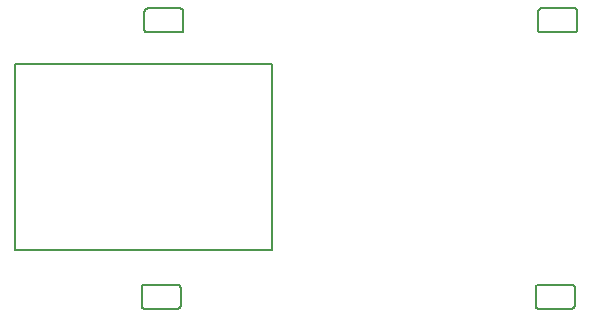
<source format=gbo>
G75*
%MOIN*%
%OFA0B0*%
%FSLAX25Y25*%
%IPPOS*%
%LPD*%
%AMOC8*
5,1,8,0,0,1.08239X$1,22.5*
%
%ADD10C,0.00500*%
%ADD11C,0.00600*%
D10*
X0002725Y0045245D02*
X0088473Y0045245D01*
X0088473Y0107253D01*
X0002725Y0107253D01*
X0002725Y0045245D01*
D11*
X0044946Y0032792D02*
X0044946Y0026792D01*
X0044948Y0026732D01*
X0044953Y0026671D01*
X0044962Y0026612D01*
X0044975Y0026553D01*
X0044991Y0026494D01*
X0045011Y0026437D01*
X0045034Y0026382D01*
X0045061Y0026327D01*
X0045090Y0026275D01*
X0045123Y0026224D01*
X0045159Y0026175D01*
X0045197Y0026129D01*
X0045239Y0026085D01*
X0045283Y0026043D01*
X0045329Y0026005D01*
X0045378Y0025969D01*
X0045429Y0025936D01*
X0045481Y0025907D01*
X0045536Y0025880D01*
X0045591Y0025857D01*
X0045648Y0025837D01*
X0045707Y0025821D01*
X0045766Y0025808D01*
X0045825Y0025799D01*
X0045886Y0025794D01*
X0045946Y0025792D01*
X0056946Y0025792D01*
X0057006Y0025794D01*
X0057067Y0025799D01*
X0057126Y0025808D01*
X0057185Y0025821D01*
X0057244Y0025837D01*
X0057301Y0025857D01*
X0057356Y0025880D01*
X0057411Y0025907D01*
X0057463Y0025936D01*
X0057514Y0025969D01*
X0057563Y0026005D01*
X0057609Y0026043D01*
X0057653Y0026085D01*
X0057695Y0026129D01*
X0057733Y0026175D01*
X0057769Y0026224D01*
X0057802Y0026275D01*
X0057831Y0026327D01*
X0057858Y0026382D01*
X0057881Y0026437D01*
X0057901Y0026494D01*
X0057917Y0026553D01*
X0057930Y0026612D01*
X0057939Y0026671D01*
X0057944Y0026732D01*
X0057946Y0026792D01*
X0057946Y0032792D01*
X0057944Y0032852D01*
X0057939Y0032913D01*
X0057930Y0032972D01*
X0057917Y0033031D01*
X0057901Y0033090D01*
X0057881Y0033147D01*
X0057858Y0033202D01*
X0057831Y0033257D01*
X0057802Y0033309D01*
X0057769Y0033360D01*
X0057733Y0033409D01*
X0057695Y0033455D01*
X0057653Y0033499D01*
X0057609Y0033541D01*
X0057563Y0033579D01*
X0057514Y0033615D01*
X0057463Y0033648D01*
X0057411Y0033677D01*
X0057356Y0033704D01*
X0057301Y0033727D01*
X0057244Y0033747D01*
X0057185Y0033763D01*
X0057126Y0033776D01*
X0057067Y0033785D01*
X0057006Y0033790D01*
X0056946Y0033792D01*
X0045946Y0033792D01*
X0045886Y0033790D01*
X0045825Y0033785D01*
X0045766Y0033776D01*
X0045707Y0033763D01*
X0045648Y0033747D01*
X0045591Y0033727D01*
X0045536Y0033704D01*
X0045481Y0033677D01*
X0045429Y0033648D01*
X0045378Y0033615D01*
X0045329Y0033579D01*
X0045283Y0033541D01*
X0045239Y0033499D01*
X0045197Y0033455D01*
X0045159Y0033409D01*
X0045123Y0033360D01*
X0045090Y0033309D01*
X0045061Y0033257D01*
X0045034Y0033202D01*
X0045011Y0033147D01*
X0044991Y0033090D01*
X0044975Y0033031D01*
X0044962Y0032972D01*
X0044953Y0032913D01*
X0044948Y0032852D01*
X0044946Y0032792D01*
X0046930Y0117839D02*
X0057930Y0117839D01*
X0057990Y0117841D01*
X0058051Y0117846D01*
X0058110Y0117855D01*
X0058169Y0117868D01*
X0058228Y0117884D01*
X0058285Y0117904D01*
X0058340Y0117927D01*
X0058395Y0117954D01*
X0058447Y0117983D01*
X0058498Y0118016D01*
X0058547Y0118052D01*
X0058593Y0118090D01*
X0058637Y0118132D01*
X0058679Y0118176D01*
X0058717Y0118222D01*
X0058753Y0118271D01*
X0058786Y0118322D01*
X0058815Y0118374D01*
X0058842Y0118429D01*
X0058865Y0118484D01*
X0058885Y0118541D01*
X0058901Y0118600D01*
X0058914Y0118659D01*
X0058923Y0118718D01*
X0058928Y0118779D01*
X0058930Y0118839D01*
X0058930Y0124839D01*
X0058928Y0124899D01*
X0058923Y0124960D01*
X0058914Y0125019D01*
X0058901Y0125078D01*
X0058885Y0125137D01*
X0058865Y0125194D01*
X0058842Y0125249D01*
X0058815Y0125304D01*
X0058786Y0125356D01*
X0058753Y0125407D01*
X0058717Y0125456D01*
X0058679Y0125502D01*
X0058637Y0125546D01*
X0058593Y0125588D01*
X0058547Y0125626D01*
X0058498Y0125662D01*
X0058447Y0125695D01*
X0058395Y0125724D01*
X0058340Y0125751D01*
X0058285Y0125774D01*
X0058228Y0125794D01*
X0058169Y0125810D01*
X0058110Y0125823D01*
X0058051Y0125832D01*
X0057990Y0125837D01*
X0057930Y0125839D01*
X0046930Y0125839D01*
X0046870Y0125837D01*
X0046809Y0125832D01*
X0046750Y0125823D01*
X0046691Y0125810D01*
X0046632Y0125794D01*
X0046575Y0125774D01*
X0046520Y0125751D01*
X0046465Y0125724D01*
X0046413Y0125695D01*
X0046362Y0125662D01*
X0046313Y0125626D01*
X0046267Y0125588D01*
X0046223Y0125546D01*
X0046181Y0125502D01*
X0046143Y0125456D01*
X0046107Y0125407D01*
X0046074Y0125356D01*
X0046045Y0125304D01*
X0046018Y0125249D01*
X0045995Y0125194D01*
X0045975Y0125137D01*
X0045959Y0125078D01*
X0045946Y0125019D01*
X0045937Y0124960D01*
X0045932Y0124899D01*
X0045930Y0124839D01*
X0045930Y0118839D01*
X0045932Y0118779D01*
X0045937Y0118718D01*
X0045946Y0118659D01*
X0045959Y0118600D01*
X0045975Y0118541D01*
X0045995Y0118484D01*
X0046018Y0118429D01*
X0046045Y0118374D01*
X0046074Y0118322D01*
X0046107Y0118271D01*
X0046143Y0118222D01*
X0046181Y0118176D01*
X0046223Y0118132D01*
X0046267Y0118090D01*
X0046313Y0118052D01*
X0046362Y0118016D01*
X0046413Y0117983D01*
X0046465Y0117954D01*
X0046520Y0117927D01*
X0046575Y0117904D01*
X0046632Y0117884D01*
X0046691Y0117868D01*
X0046750Y0117855D01*
X0046809Y0117846D01*
X0046870Y0117841D01*
X0046930Y0117839D01*
X0177150Y0118918D02*
X0177150Y0124918D01*
X0177152Y0124978D01*
X0177157Y0125039D01*
X0177166Y0125098D01*
X0177179Y0125157D01*
X0177195Y0125216D01*
X0177215Y0125273D01*
X0177238Y0125328D01*
X0177265Y0125383D01*
X0177294Y0125435D01*
X0177327Y0125486D01*
X0177363Y0125535D01*
X0177401Y0125581D01*
X0177443Y0125625D01*
X0177487Y0125667D01*
X0177533Y0125705D01*
X0177582Y0125741D01*
X0177633Y0125774D01*
X0177685Y0125803D01*
X0177740Y0125830D01*
X0177795Y0125853D01*
X0177852Y0125873D01*
X0177911Y0125889D01*
X0177970Y0125902D01*
X0178029Y0125911D01*
X0178090Y0125916D01*
X0178150Y0125918D01*
X0189150Y0125918D01*
X0189210Y0125916D01*
X0189271Y0125911D01*
X0189330Y0125902D01*
X0189389Y0125889D01*
X0189448Y0125873D01*
X0189505Y0125853D01*
X0189560Y0125830D01*
X0189615Y0125803D01*
X0189667Y0125774D01*
X0189718Y0125741D01*
X0189767Y0125705D01*
X0189813Y0125667D01*
X0189857Y0125625D01*
X0189899Y0125581D01*
X0189937Y0125535D01*
X0189973Y0125486D01*
X0190006Y0125435D01*
X0190035Y0125383D01*
X0190062Y0125328D01*
X0190085Y0125273D01*
X0190105Y0125216D01*
X0190121Y0125157D01*
X0190134Y0125098D01*
X0190143Y0125039D01*
X0190148Y0124978D01*
X0190150Y0124918D01*
X0190150Y0118918D01*
X0190148Y0118858D01*
X0190143Y0118797D01*
X0190134Y0118738D01*
X0190121Y0118679D01*
X0190105Y0118620D01*
X0190085Y0118563D01*
X0190062Y0118508D01*
X0190035Y0118453D01*
X0190006Y0118401D01*
X0189973Y0118350D01*
X0189937Y0118301D01*
X0189899Y0118255D01*
X0189857Y0118211D01*
X0189813Y0118169D01*
X0189767Y0118131D01*
X0189718Y0118095D01*
X0189667Y0118062D01*
X0189615Y0118033D01*
X0189560Y0118006D01*
X0189505Y0117983D01*
X0189448Y0117963D01*
X0189389Y0117947D01*
X0189330Y0117934D01*
X0189271Y0117925D01*
X0189210Y0117920D01*
X0189150Y0117918D01*
X0178150Y0117918D01*
X0178090Y0117920D01*
X0178029Y0117925D01*
X0177970Y0117934D01*
X0177911Y0117947D01*
X0177852Y0117963D01*
X0177795Y0117983D01*
X0177740Y0118006D01*
X0177685Y0118033D01*
X0177633Y0118062D01*
X0177582Y0118095D01*
X0177533Y0118131D01*
X0177487Y0118169D01*
X0177443Y0118211D01*
X0177401Y0118255D01*
X0177363Y0118301D01*
X0177327Y0118350D01*
X0177294Y0118401D01*
X0177265Y0118453D01*
X0177238Y0118508D01*
X0177215Y0118563D01*
X0177195Y0118620D01*
X0177179Y0118679D01*
X0177166Y0118738D01*
X0177157Y0118797D01*
X0177152Y0118858D01*
X0177150Y0118918D01*
X0177324Y0033792D02*
X0188324Y0033792D01*
X0188384Y0033790D01*
X0188445Y0033785D01*
X0188504Y0033776D01*
X0188563Y0033763D01*
X0188622Y0033747D01*
X0188679Y0033727D01*
X0188734Y0033704D01*
X0188789Y0033677D01*
X0188841Y0033648D01*
X0188892Y0033615D01*
X0188941Y0033579D01*
X0188987Y0033541D01*
X0189031Y0033499D01*
X0189073Y0033455D01*
X0189111Y0033409D01*
X0189147Y0033360D01*
X0189180Y0033309D01*
X0189209Y0033257D01*
X0189236Y0033202D01*
X0189259Y0033147D01*
X0189279Y0033090D01*
X0189295Y0033031D01*
X0189308Y0032972D01*
X0189317Y0032913D01*
X0189322Y0032852D01*
X0189324Y0032792D01*
X0189324Y0026792D01*
X0189322Y0026732D01*
X0189317Y0026671D01*
X0189308Y0026612D01*
X0189295Y0026553D01*
X0189279Y0026494D01*
X0189259Y0026437D01*
X0189236Y0026382D01*
X0189209Y0026327D01*
X0189180Y0026275D01*
X0189147Y0026224D01*
X0189111Y0026175D01*
X0189073Y0026129D01*
X0189031Y0026085D01*
X0188987Y0026043D01*
X0188941Y0026005D01*
X0188892Y0025969D01*
X0188841Y0025936D01*
X0188789Y0025907D01*
X0188734Y0025880D01*
X0188679Y0025857D01*
X0188622Y0025837D01*
X0188563Y0025821D01*
X0188504Y0025808D01*
X0188445Y0025799D01*
X0188384Y0025794D01*
X0188324Y0025792D01*
X0177324Y0025792D01*
X0177264Y0025794D01*
X0177203Y0025799D01*
X0177144Y0025808D01*
X0177085Y0025821D01*
X0177026Y0025837D01*
X0176969Y0025857D01*
X0176914Y0025880D01*
X0176859Y0025907D01*
X0176807Y0025936D01*
X0176756Y0025969D01*
X0176707Y0026005D01*
X0176661Y0026043D01*
X0176617Y0026085D01*
X0176575Y0026129D01*
X0176537Y0026175D01*
X0176501Y0026224D01*
X0176468Y0026275D01*
X0176439Y0026327D01*
X0176412Y0026382D01*
X0176389Y0026437D01*
X0176369Y0026494D01*
X0176353Y0026553D01*
X0176340Y0026612D01*
X0176331Y0026671D01*
X0176326Y0026732D01*
X0176324Y0026792D01*
X0176324Y0032792D01*
X0176326Y0032852D01*
X0176331Y0032913D01*
X0176340Y0032972D01*
X0176353Y0033031D01*
X0176369Y0033090D01*
X0176389Y0033147D01*
X0176412Y0033202D01*
X0176439Y0033257D01*
X0176468Y0033309D01*
X0176501Y0033360D01*
X0176537Y0033409D01*
X0176575Y0033455D01*
X0176617Y0033499D01*
X0176661Y0033541D01*
X0176707Y0033579D01*
X0176756Y0033615D01*
X0176807Y0033648D01*
X0176859Y0033677D01*
X0176914Y0033704D01*
X0176969Y0033727D01*
X0177026Y0033747D01*
X0177085Y0033763D01*
X0177144Y0033776D01*
X0177203Y0033785D01*
X0177264Y0033790D01*
X0177324Y0033792D01*
M02*

</source>
